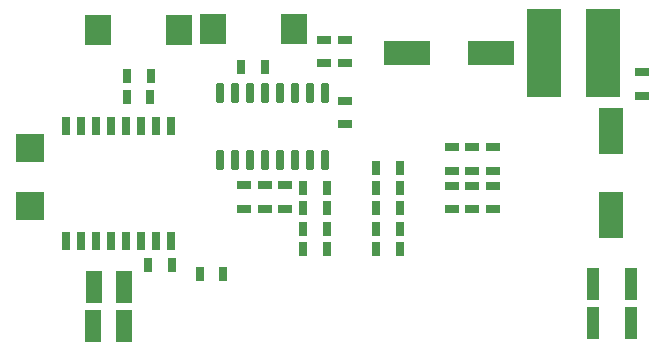
<source format=gbr>
%TF.GenerationSoftware,Altium Limited,Altium Designer,24.7.2 (38)*%
G04 Layer_Color=128*
%FSLAX43Y43*%
%MOMM*%
%TF.SameCoordinates,A6C98B59-F63B-4C8E-8392-574C2285590F*%
%TF.FilePolarity,Positive*%
%TF.FileFunction,Paste,Bot*%
%TF.Part,Single*%
G01*
G75*
%TA.AperFunction,SMDPad,CuDef*%
%ADD15R,0.800X1.250*%
%ADD23R,4.000X2.000*%
%ADD24R,2.200X2.500*%
%ADD25R,0.750X1.650*%
%ADD26R,2.400X2.400*%
%ADD27R,1.403X2.804*%
G04:AMPARAMS|DCode=28|XSize=0.65mm|YSize=1.65mm|CornerRadius=0.049mm|HoleSize=0mm|Usage=FLASHONLY|Rotation=0.000|XOffset=0mm|YOffset=0mm|HoleType=Round|Shape=RoundedRectangle|*
%AMROUNDEDRECTD28*
21,1,0.650,1.553,0,0,0.0*
21,1,0.553,1.650,0,0,0.0*
1,1,0.098,0.276,-0.776*
1,1,0.098,-0.276,-0.776*
1,1,0.098,-0.276,0.776*
1,1,0.098,0.276,0.776*
%
%ADD28ROUNDEDRECTD28*%
%ADD29R,2.000X4.000*%
%ADD30R,1.250X0.800*%
%ADD31R,3.000X7.500*%
%ADD32R,1.000X2.800*%
D15*
X12375Y23075D02*
D03*
X10375D02*
D03*
X12348Y21300D02*
D03*
X10348D02*
D03*
X12170Y7150D02*
D03*
X14170D02*
D03*
X31475Y15312D02*
D03*
X33475D02*
D03*
X31498Y8475D02*
D03*
X33498D02*
D03*
X33498Y13650D02*
D03*
X31498D02*
D03*
X31498Y11916D02*
D03*
X33498D02*
D03*
X33498Y10200D02*
D03*
X31498D02*
D03*
X16525Y6350D02*
D03*
X18525D02*
D03*
X20028Y23850D02*
D03*
X22028D02*
D03*
X27300Y8475D02*
D03*
X25300D02*
D03*
X25301Y10200D02*
D03*
X27301D02*
D03*
X27301Y13627D02*
D03*
X25301D02*
D03*
X25301Y11916D02*
D03*
X27301D02*
D03*
D23*
X41200Y25075D02*
D03*
X34100D02*
D03*
D24*
X14798Y27000D02*
D03*
X7898D02*
D03*
X24557Y27125D02*
D03*
X17657D02*
D03*
D25*
X14145Y9150D02*
D03*
X12875D02*
D03*
X11605D02*
D03*
X10335D02*
D03*
X9065D02*
D03*
X7795D02*
D03*
X6525D02*
D03*
X5255D02*
D03*
Y18850D02*
D03*
X6525D02*
D03*
X7795D02*
D03*
X9065D02*
D03*
X10335D02*
D03*
X11605D02*
D03*
X12875D02*
D03*
X14145D02*
D03*
D26*
X2167Y17000D02*
D03*
Y12119D02*
D03*
D27*
X10148Y5275D02*
D03*
X7548D02*
D03*
X7525Y1939D02*
D03*
X10125D02*
D03*
D28*
X27102Y15996D02*
D03*
X25832D02*
D03*
X24562D02*
D03*
X23292D02*
D03*
X22022D02*
D03*
X20752D02*
D03*
X19482D02*
D03*
X18212D02*
D03*
X27102Y21646D02*
D03*
X25832D02*
D03*
X24562D02*
D03*
X23292D02*
D03*
X22022D02*
D03*
X20752D02*
D03*
X19482D02*
D03*
X18212D02*
D03*
D29*
X51325Y11350D02*
D03*
Y18450D02*
D03*
D30*
X37906Y13829D02*
D03*
Y11829D02*
D03*
X27096Y26175D02*
D03*
Y24175D02*
D03*
X28850Y26175D02*
D03*
Y24175D02*
D03*
X28834Y19007D02*
D03*
Y21007D02*
D03*
X54000Y21425D02*
D03*
Y23425D02*
D03*
X41350Y17060D02*
D03*
Y15060D02*
D03*
X37906Y17060D02*
D03*
Y15060D02*
D03*
X39626Y13829D02*
D03*
Y11829D02*
D03*
X20301Y13865D02*
D03*
Y11865D02*
D03*
X22032Y11865D02*
D03*
Y13865D02*
D03*
X39625Y17060D02*
D03*
Y15060D02*
D03*
X41350Y13829D02*
D03*
Y11829D02*
D03*
X23757Y11868D02*
D03*
Y13868D02*
D03*
D31*
X45700Y25075D02*
D03*
X50700D02*
D03*
D32*
X53050Y5475D02*
D03*
X49850D02*
D03*
Y2225D02*
D03*
X53050D02*
D03*
%TF.MD5,c7723eaf2e96b473463275a2f133e665*%
M02*

</source>
